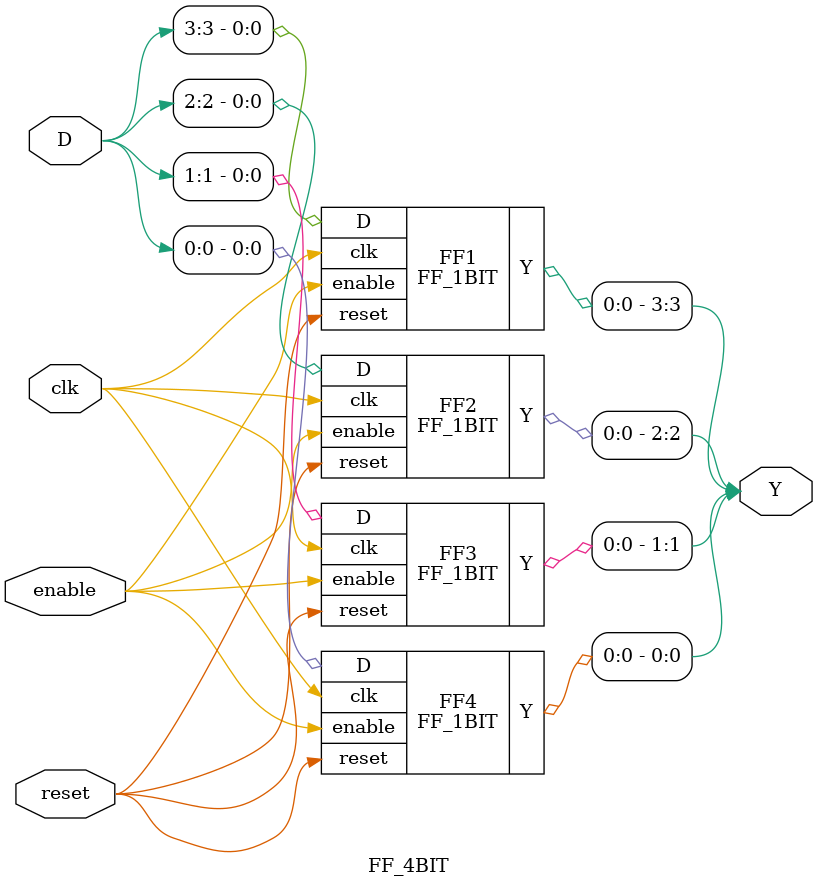
<source format=v>
module FF_1BIT(input wire clk, reset, enable, D, output reg Y) ;
  always @(posedge clk or posedge enable or posedge reset) begin
    if (reset)  Y <= 1'b0;
    else if(enable) Y <= D;
  end
endmodule


module FF_2BIT(input wire clk, reset, enable, input wire [1:0] D, output wire [1:0] Y) ;
  FF_1BIT FF1(clk, reset, enable, D[1], Y[1]);
  FF_1BIT FF2(clk, reset, enable, D[0], Y[0]);
endmodule

module FF_4BIT(input wire clk, reset, enable, input wire [3:0] D, output wire [3:0] Y) ;
  FF_1BIT FF1(clk, reset, enable, D[3], Y[3]);
  FF_1BIT FF2(clk, reset, enable, D[2], Y[2]);
  FF_1BIT FF3(clk, reset, enable, D[1], Y[1]);
  FF_1BIT FF4(clk, reset, enable, D[0], Y[0]);
endmodule

</source>
